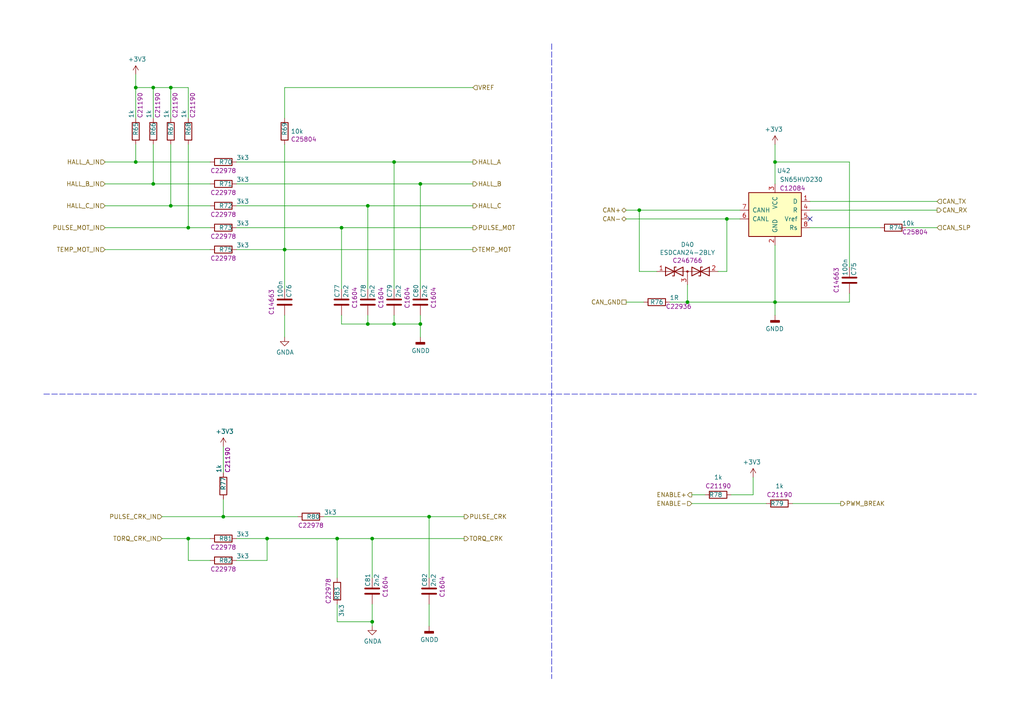
<source format=kicad_sch>
(kicad_sch (version 20211123) (generator eeschema)
  (paper "A4")
  (title_block (title "(BCC) Battery Case Controller") (date "2022-12-06") (rev "1") (company "UNIMOC universal motor controller"))
  (lib_symbols
    (symbol "Device:C" (pin_numbers hide) (pin_names (offset 0.254))
      (property "Reference" "C" (at 0.635 2.54 0))
      (property "Value" "C" (at 0.635 -2.54 0))
      (symbol "C_0_1"
        (polyline (pts (xy -2.032 -0.762) (xy 2.032 -0.762)) (stroke (width 0.508)))
        (polyline (pts (xy -2.032 0.762) (xy 2.032 0.762)) (stroke (width 0.508)))
      )
      (symbol "C_1_1"
        (pin passive line (at 0 3.81 270) (length 2.794) (name "~") (number "1"))
        (pin passive line (at 0 -3.81 90) (length 2.794) (name "~") (number "2"))
      )
    )
    (symbol "Device:D_TVS_Dual_AAC" (pin_names (offset 1.016) hide)
      (property "Reference" "D" (at 0 4.445 0))
      (property "Value" "D_TVS_Dual_AAC" (at 0 2.54 0))
      (symbol "D_TVS_Dual_AAC_0_0"
        (polyline (pts (xy 0 -1.27) (xy 0 0)))
      )
      (symbol "D_TVS_Dual_AAC_0_1"
        (polyline (pts (xy -6.35 0) (xy 6.35 0)))
        (polyline (pts (xy -3.302 1.27) (xy -3.81 1.27) (xy -3.81 -1.27) (xy -4.318 -1.27)) (stroke (width 0.254)))
        (polyline (pts (xy 4.318 1.27) (xy 3.81 1.27) (xy 3.81 -1.27) (xy 3.302 -1.27)) (stroke (width 0.254)))
        (polyline (pts (xy -6.35 1.27) (xy -1.27 -1.27) (xy -1.27 1.27) (xy -6.35 -1.27) (xy -6.35 1.27)) (stroke (width 0.254)))
        (polyline (pts (xy 6.35 1.27) (xy 1.27 -1.27) (xy 1.27 1.27) (xy 6.35 -1.27) (xy 6.35 1.27)) (stroke (width 0.254)))
        (circle (center 0 0) (radius 0.254) (fill (type outline)))
      )
      (symbol "D_TVS_Dual_AAC_1_1"
        (pin passive line (at -8.89 0 0) (length 2.54) (name "A1") (number "1"))
        (pin passive line (at 8.89 0 180) (length 2.54) (name "A2") (number "2"))
        (pin input line (at 0 -3.81 90) (length 2.54) (name "common") (number "3"))
      )
    )
    (symbol "Device:R" (pin_numbers hide) (pin_names (offset 0))
      (property "Reference" "R" (at 2.032 0 90))
      (property "Value" "R" (at 0 0 90))
      (symbol "R_0_1"
        (rectangle (start -1.016 -2.54) (end 1.016 2.54) (stroke (width 0.254)))
      )
      (symbol "R_1_1"
        (pin passive line (at 0 3.81 270) (length 1.27) (name "~") (number "1"))
        (pin passive line (at 0 -3.81 90) (length 1.27) (name "~") (number "2"))
      )
    )
    (symbol "Interface_CAN_LIN:SN65HVD230" (pin_names (offset 1.016))
      (property "Reference" "U" (at -2.54 10.16 0))
      (property "Value" "SN65HVD230" (at -2.54 7.62 0))
      (symbol "SN65HVD230_0_1"
        (rectangle (start -7.62 5.08) (end 7.62 -7.62) (stroke (width 0.254)) (fill (type background)))
      )
      (symbol "SN65HVD230_1_1"
        (pin input line (at -10.16 2.54 0) (length 2.54) (name "D") (number "1"))
        (pin power_in line (at 0 -10.16 90) (length 2.54) (name "GND") (number "2"))
        (pin power_in line (at 0 7.62 270) (length 2.54) (name "VCC") (number "3"))
        (pin output line (at -10.16 0 0) (length 2.54) (name "R") (number "4"))
        (pin output line (at -10.16 -2.54 0) (length 2.54) (name "Vref") (number "5"))
        (pin bidirectional line (at 10.16 -2.54 180) (length 2.54) (name "CANL") (number "6"))
        (pin bidirectional line (at 10.16 0 180) (length 2.54) (name "CANH") (number "7"))
        (pin input line (at -10.16 -5.08 0) (length 2.54) (name "Rs") (number "8"))
      )
    )
    (symbol "power:+3V3" (power) (pin_names (offset 0))
      (property "Value" "+3V3" (at 0 3.556 0))
      (symbol "+3V3_0_1"
        (polyline (pts (xy -0.762 1.27) (xy 0 2.54)))
        (polyline (pts (xy 0 0) (xy 0 2.54)))
        (polyline (pts (xy 0 2.54) (xy 0.762 1.27)))
      )
      (symbol "+3V3_1_1"
        (pin power_in line (at 0 0 90) (length 0) hide (name "+3V3") (number "1"))
      )
    )
    (symbol "power:GNDA" (power) (pin_names (offset 0))
      (property "Value" "GNDA" (at 0 -3.81 0))
      (symbol "GNDA_0_1"
        (polyline (pts (xy 0 0) (xy 0 -1.27) (xy 1.27 -1.27) (xy 0 -2.54) (xy -1.27 -1.27) (xy 0 -1.27)))
      )
      (symbol "GNDA_1_1"
        (pin power_in line (at 0 0 270) (length 0) hide (name "GNDA") (number "1"))
      )
    )
    (symbol "power:GNDD" (power) (pin_names (offset 0))
      (property "Value" "GNDD" (at 0 -3.175 0))
      (symbol "GNDD_0_1"
        (rectangle (start -1.27 -1.524) (end 1.27 -2.032) (stroke (width 0.254)) (fill (type outline)))
        (polyline (pts (xy 0 0) (xy 0 -1.524)))
      )
      (symbol "GNDD_1_1"
        (pin power_in line (at 0 0 270) (length 0) hide (name "GNDD") (number "1"))
      )
    )
  )
  (junction (at 106.68 59.69))
  (junction (at 224.79 46.99))
  (junction (at 199.39 87.63))
  (junction (at 39.37 25.4))
  (junction (at 82.55 72.39))
  (junction (at 121.92 93.98))
  (junction (at 121.92 53.34))
  (junction (at 210.82 63.5))
  (junction (at 107.95 180.34))
  (junction (at 124.46 149.86))
  (junction (at 44.45 25.4))
  (junction (at 49.53 25.4))
  (junction (at 39.37 46.99))
  (junction (at 49.53 59.69))
  (junction (at 106.68 93.98))
  (junction (at 64.77 149.86))
  (junction (at 44.45 53.34))
  (junction (at 114.3 46.99))
  (junction (at 107.95 156.21))
  (junction (at 97.79 156.21))
  (junction (at 224.79 87.63))
  (junction (at 77.47 156.21))
  (junction (at 54.61 66.04))
  (junction (at 114.3 93.98))
  (junction (at 54.61 156.21))
  (junction (at 185.42 60.96))
  (junction (at 99.06 66.04))
  (no_connect (at 234.95 63.5))
  (wire (pts (xy 97.79 180.34) (xy 107.95 180.34)))
  (wire (pts (xy 54.61 34.29) (xy 54.61 25.4)))
  (wire (pts (xy 82.55 72.39) (xy 137.16 72.39)))
  (wire (pts (xy 185.42 60.96) (xy 214.63 60.96)))
  (wire (pts (xy 185.42 78.74) (xy 190.5 78.74)))
  (wire (pts (xy 107.95 156.21) (xy 107.95 167.64)))
  (wire (pts (xy 194.31 87.63) (xy 199.39 87.63)))
  (wire (pts (xy 39.37 46.99) (xy 30.48 46.99)))
  (wire (pts (xy 199.39 87.63) (xy 224.79 87.63)))
  (wire (pts (xy 77.47 162.56) (xy 77.47 156.21)))
  (wire (pts (xy 44.45 53.34) (xy 30.48 53.34)))
  (wire (pts (xy 68.58 162.56) (xy 77.47 162.56)))
  (wire (pts (xy 181.61 87.63) (xy 186.69 87.63)))
  (wire (pts (xy 49.53 59.69) (xy 49.53 41.91)))
  (wire (pts (xy 82.55 34.29) (xy 82.55 25.4)))
  (polyline (pts (xy 12.7 114.3) (xy 283.21 114.3)))
  (wire (pts (xy 107.95 180.34) (xy 107.95 181.61)))
  (wire (pts (xy 124.46 175.26) (xy 124.46 181.61)))
  (wire (pts (xy 68.58 53.34) (xy 121.92 53.34)))
  (wire (pts (xy 224.79 46.99) (xy 224.79 53.34)))
  (wire (pts (xy 181.61 63.5) (xy 210.82 63.5)))
  (wire (pts (xy 255.27 66.04) (xy 234.95 66.04)))
  (wire (pts (xy 99.06 66.04) (xy 99.06 83.82)))
  (wire (pts (xy 114.3 46.99) (xy 114.3 83.82)))
  (wire (pts (xy 185.42 60.96) (xy 181.61 60.96)))
  (wire (pts (xy 44.45 25.4) (xy 39.37 25.4)))
  (wire (pts (xy 262.89 66.04) (xy 271.78 66.04)))
  (wire (pts (xy 77.47 156.21) (xy 68.58 156.21)))
  (polyline (pts (xy 160.02 12.7) (xy 160.02 196.85)))
  (wire (pts (xy 106.68 93.98) (xy 114.3 93.98)))
  (wire (pts (xy 224.79 87.63) (xy 224.79 91.44)))
  (wire (pts (xy 121.92 93.98) (xy 121.92 97.79)))
  (wire (pts (xy 246.38 87.63) (xy 224.79 87.63)))
  (wire (pts (xy 106.68 59.69) (xy 106.68 83.82)))
  (wire (pts (xy 234.95 58.42) (xy 271.78 58.42)))
  (wire (pts (xy 185.42 60.96) (xy 185.42 78.74)))
  (wire (pts (xy 68.58 46.99) (xy 114.3 46.99)))
  (wire (pts (xy 208.28 78.74) (xy 210.82 78.74)))
  (wire (pts (xy 64.77 144.78) (xy 64.77 149.86)))
  (wire (pts (xy 68.58 66.04) (xy 99.06 66.04)))
  (wire (pts (xy 124.46 149.86) (xy 124.46 167.64)))
  (wire (pts (xy 210.82 63.5) (xy 214.63 63.5)))
  (wire (pts (xy 121.92 53.34) (xy 137.16 53.34)))
  (wire (pts (xy 39.37 34.29) (xy 39.37 25.4)))
  (wire (pts (xy 246.38 46.99) (xy 246.38 77.47)))
  (wire (pts (xy 64.77 129.54) (xy 64.77 137.16)))
  (wire (pts (xy 39.37 41.91) (xy 39.37 46.99)))
  (wire (pts (xy 114.3 93.98) (xy 121.92 93.98)))
  (wire (pts (xy 49.53 59.69) (xy 60.96 59.69)))
  (wire (pts (xy 107.95 156.21) (xy 134.62 156.21)))
  (wire (pts (xy 82.55 72.39) (xy 82.55 83.82)))
  (wire (pts (xy 97.79 156.21) (xy 77.47 156.21)))
  (wire (pts (xy 82.55 25.4) (xy 137.16 25.4)))
  (wire (pts (xy 97.79 167.64) (xy 97.79 156.21)))
  (wire (pts (xy 97.79 175.26) (xy 97.79 180.34)))
  (wire (pts (xy 99.06 66.04) (xy 137.16 66.04)))
  (wire (pts (xy 49.53 25.4) (xy 44.45 25.4)))
  (wire (pts (xy 200.66 146.05) (xy 222.25 146.05)))
  (wire (pts (xy 114.3 46.99) (xy 137.16 46.99)))
  (wire (pts (xy 124.46 149.86) (xy 134.62 149.86)))
  (wire (pts (xy 199.39 82.55) (xy 199.39 87.63)))
  (wire (pts (xy 106.68 91.44) (xy 106.68 93.98)))
  (wire (pts (xy 39.37 25.4) (xy 39.37 21.59)))
  (wire (pts (xy 246.38 85.09) (xy 246.38 87.63)))
  (wire (pts (xy 60.96 46.99) (xy 39.37 46.99)))
  (wire (pts (xy 60.96 72.39) (xy 30.48 72.39)))
  (wire (pts (xy 54.61 66.04) (xy 30.48 66.04)))
  (wire (pts (xy 224.79 46.99) (xy 246.38 46.99)))
  (wire (pts (xy 49.53 59.69) (xy 30.48 59.69)))
  (wire (pts (xy 210.82 78.74) (xy 210.82 63.5)))
  (wire (pts (xy 82.55 41.91) (xy 82.55 72.39)))
  (wire (pts (xy 44.45 34.29) (xy 44.45 25.4)))
  (wire (pts (xy 44.45 53.34) (xy 60.96 53.34)))
  (wire (pts (xy 54.61 25.4) (xy 49.53 25.4)))
  (wire (pts (xy 106.68 59.69) (xy 137.16 59.69)))
  (wire (pts (xy 54.61 66.04) (xy 54.61 41.91)))
  (wire (pts (xy 82.55 72.39) (xy 68.58 72.39)))
  (wire (pts (xy 60.96 156.21) (xy 54.61 156.21)))
  (wire (pts (xy 99.06 93.98) (xy 106.68 93.98)))
  (wire (pts (xy 121.92 91.44) (xy 121.92 93.98)))
  (wire (pts (xy 93.98 149.86) (xy 124.46 149.86)))
  (wire (pts (xy 107.95 175.26) (xy 107.95 180.34)))
  (wire (pts (xy 99.06 91.44) (xy 99.06 93.98)))
  (wire (pts (xy 224.79 71.12) (xy 224.79 87.63)))
  (wire (pts (xy 54.61 162.56) (xy 60.96 162.56)))
  (wire (pts (xy 234.95 60.96) (xy 271.78 60.96)))
  (wire (pts (xy 82.55 91.44) (xy 82.55 97.79)))
  (wire (pts (xy 224.79 41.91) (xy 224.79 46.99)))
  (wire (pts (xy 46.99 149.86) (xy 64.77 149.86)))
  (wire (pts (xy 60.96 66.04) (xy 54.61 66.04)))
  (wire (pts (xy 218.44 143.51) (xy 218.44 138.43)))
  (wire (pts (xy 64.77 149.86) (xy 86.36 149.86)))
  (wire (pts (xy 107.95 156.21) (xy 97.79 156.21)))
  (wire (pts (xy 229.87 146.05) (xy 243.84 146.05)))
  (wire (pts (xy 49.53 34.29) (xy 49.53 25.4)))
  (wire (pts (xy 212.09 143.51) (xy 218.44 143.51)))
  (wire (pts (xy 68.58 59.69) (xy 106.68 59.69)))
  (wire (pts (xy 121.92 53.34) (xy 121.92 83.82)))
  (wire (pts (xy 54.61 156.21) (xy 46.99 156.21)))
  (wire (pts (xy 200.66 143.51) (xy 204.47 143.51)))
  (wire (pts (xy 54.61 156.21) (xy 54.61 162.56)))
  (wire (pts (xy 44.45 41.91) (xy 44.45 53.34)))
  (wire (pts (xy 114.3 91.44) (xy 114.3 93.98)))
  (hierarchical_label "PULSE_MOT" (shape output) (at 137.16 66.04 0))
  (hierarchical_label "HALL_A" (shape output) (at 137.16 46.99 0))
  (hierarchical_label "HALL_B_IN" (shape input) (at 30.48 53.34 180))
  (hierarchical_label "CAN_SLP" (shape input) (at 271.78 66.04 0))
  (hierarchical_label "TEMP_MOT_IN" (shape input) (at 30.48 72.39 180))
  (hierarchical_label "ENABLE-" (shape input) (at 200.66 146.05 180))
  (hierarchical_label "HALL_B" (shape output) (at 137.16 53.34 0))
  (hierarchical_label "CAN_RX" (shape output) (at 271.78 60.96 0))
  (hierarchical_label "HALL_C" (shape output) (at 137.16 59.69 0))
  (hierarchical_label "CAN+" (shape bidirectional) (at 181.61 60.96 180))
  (hierarchical_label "HALL_A_IN" (shape input) (at 30.48 46.99 180))
  (hierarchical_label "VREF" (shape input) (at 137.16 25.4 0))
  (hierarchical_label "PWM_BREAK" (shape output) (at 243.84 146.05 0))
  (hierarchical_label "CAN_GND" (shape passive) (at 181.61 87.63 180))
  (hierarchical_label "TORQ_CRK_IN" (shape input) (at 46.99 156.21 180))
  (hierarchical_label "TEMP_MOT" (shape output) (at 137.16 72.39 0))
  (hierarchical_label "PULSE_MOT_IN" (shape input) (at 30.48 66.04 180))
  (hierarchical_label "PULSE_CRK_IN" (shape input) (at 46.99 149.86 180))
  (hierarchical_label "ENABLE+" (shape output) (at 200.66 143.51 180))
  (hierarchical_label "HALL_C_IN" (shape input) (at 30.48 59.69 180))
  (hierarchical_label "PULSE_CRK" (shape output) (at 134.62 149.86 0))
  (hierarchical_label "TORQ_CRK" (shape output) (at 134.62 156.21 0))
  (hierarchical_label "CAN-" (shape bidirectional) (at 181.61 63.5 180))
  (hierarchical_label "CAN_TX" (shape input) (at 271.78 58.42 0))
  (symbol (lib_id "Device:C") (at 99.06 87.63 0) (unit 1)
    (property "Reference" "C77" (at 97.79 86.36 90) (effects (justify left)))
    (property "Value" "2n2" (at 100.33 86.36 90) (effects (justify left)))
    (property "Footprint" "Capacitor_SMD:C_0603_1608Metric" (effects hide))
    (property "LCSC#" "C1604" (at 102.87 86.36 90))
  )
  (symbol (lib_id "Device:C") (at 106.68 87.63 0) (unit 1)
    (property "Reference" "C78" (at 105.41 86.36 90) (effects (justify left)))
    (property "Value" "2n2" (at 107.95 86.36 90) (effects (justify left)))
    (property "Footprint" "Capacitor_SMD:C_0603_1608Metric" (effects hide))
    (property "LCSC#" "C1604" (at 110.49 86.36 90))
  )
  (symbol (lib_id "Device:C") (at 121.92 87.63 0) (unit 1)
    (property "Reference" "C80" (at 120.65 86.36 90) (effects (justify left)))
    (property "Value" "2n2" (at 123.19 86.36 90) (effects (justify left)))
    (property "Footprint" "Capacitor_SMD:C_0603_1608Metric" (effects hide))
    (property "LCSC#" "C1604" (at 125.73 86.36 90))
  )
  (symbol (lib_id "power:GNDD") (at 121.92 97.79 0) (unit 1)
    (property "Reference" "#U077" (effects hide))
    (property "Value" "GNDD" (at 122.0216 101.727 0))
  )
  (symbol (lib_id "Device:R") (at 64.77 66.04 270) (unit 1)
    (property "Reference" "R73" (at 63.5 66.04 90) (effects (justify left)))
    (property "Value" "3k3" (at 68.58 64.77 90) (effects (justify left)))
    (property "Footprint" "Resistor_SMD:R_0603_1608Metric" (effects hide))
    (property "LCSC#" "C22978" (at 64.77 68.58 90))
  )
  (symbol (lib_id "Device:R") (at 64.77 59.69 270) (unit 1)
    (property "Reference" "R72" (at 63.5 59.69 90) (effects (justify left)))
    (property "Value" "3k3" (at 68.58 58.42 90) (effects (justify left)))
    (property "Footprint" "Resistor_SMD:R_0603_1608Metric" (effects hide))
    (property "LCSC#" "C22978" (at 64.77 62.23 90))
  )
  (symbol (lib_id "Device:R") (at 64.77 53.34 270) (unit 1)
    (property "Reference" "R71" (at 63.5 53.34 90) (effects (justify left)))
    (property "Value" "3k3" (at 68.58 52.07 90) (effects (justify left)))
    (property "Footprint" "Resistor_SMD:R_0603_1608Metric" (effects hide))
    (property "LCSC#" "C22978" (at 64.77 55.88 90))
  )
  (symbol (lib_id "Device:R") (at 44.45 38.1 0) (unit 1)
    (property "Reference" "R66" (at 44.45 39.37 90) (effects (justify left)))
    (property "Value" "1k" (at 43.18 34.29 90) (effects (justify left)))
    (property "Footprint" "Resistor_SMD:R_0603_1608Metric" (effects hide))
    (property "LCSC#" "C21190" (at 45.72 34.29 90) (effects (justify left)))
  )
  (symbol (lib_id "Device:R") (at 49.53 38.1 0) (unit 1)
    (property "Reference" "R67" (at 49.53 39.37 90) (effects (justify left)))
    (property "Value" "1k" (at 48.26 34.29 90) (effects (justify left)))
    (property "Footprint" "Resistor_SMD:R_0603_1608Metric" (effects hide))
    (property "LCSC#" "C21190" (at 50.8 34.29 90) (effects (justify left)))
  )
  (symbol (lib_id "Device:R") (at 54.61 38.1 0) (unit 1)
    (property "Reference" "R68" (at 54.61 39.37 90) (effects (justify left)))
    (property "Value" "1k" (at 53.34 34.29 90) (effects (justify left)))
    (property "Footprint" "Resistor_SMD:R_0603_1608Metric" (effects hide))
    (property "LCSC#" "C21190" (at 55.88 34.29 90) (effects (justify left)))
  )
  (symbol (lib_id "Device:R") (at 39.37 38.1 0) (unit 1)
    (property "Reference" "R65" (at 39.37 39.37 90) (effects (justify left)))
    (property "Value" "1k" (at 38.1 34.29 90) (effects (justify left)))
    (property "Footprint" "Resistor_SMD:R_0603_1608Metric" (effects hide))
    (property "LCSC#" "C21190" (at 40.64 34.29 90) (effects (justify left)))
  )
  (symbol (lib_id "Device:C") (at 114.3 87.63 0) (unit 1)
    (property "Reference" "C79" (at 113.03 86.36 90) (effects (justify left)))
    (property "Value" "2n2" (at 115.57 86.36 90) (effects (justify left)))
    (property "Footprint" "Capacitor_SMD:C_0603_1608Metric" (effects hide))
    (property "LCSC#" "C1604" (at 118.11 86.36 90))
  )
  (symbol (lib_id "Device:R") (at 64.77 46.99 270) (unit 1)
    (property "Reference" "R70" (at 63.5 46.99 90) (effects (justify left)))
    (property "Value" "3k3" (at 68.58 45.72 90) (effects (justify left)))
    (property "Footprint" "Resistor_SMD:R_0603_1608Metric" (effects hide))
    (property "LCSC#" "C22978" (at 64.77 49.53 90))
  )
  (symbol (lib_id "power:GNDA") (at 82.55 97.79 0) (unit 1)
    (property "Reference" "#U076" (effects hide))
    (property "Value" "GNDA" (at 82.677 102.1842 0))
  )
  (symbol (lib_id "Device:R") (at 82.55 38.1 0) (unit 1)
    (property "Reference" "R69" (at 82.55 39.37 90) (effects (justify left)))
    (property "Value" "10k" (at 84.328 38.1 0) (effects (justify left)))
    (property "Footprint" "Resistor_SMD:R_0603_1608Metric" (effects hide))
    (property "LCSC#" "C25804" (at 84.328 40.4114 0) (effects (justify left)))
  )
  (symbol (lib_id "Device:C") (at 82.55 87.63 0) (mirror y) (unit 1)
    (property "Reference" "C76" (at 83.82 86.36 90) (effects (justify left)))
    (property "Value" "100n" (at 81.28 86.36 90) (effects (justify left)))
    (property "Footprint" "Capacitor_SMD:C_0603_1608Metric" (effects hide))
    (property "LCSC#" "C14663" (at 78.74 87.63 90))
  )
  (symbol (lib_id "Device:C") (at 124.46 171.45 0) (unit 1)
    (property "Reference" "C82" (at 123.19 170.18 90) (effects (justify left)))
    (property "Value" "2n2" (at 125.73 170.18 90) (effects (justify left)))
    (property "Footprint" "Capacitor_SMD:C_0603_1608Metric" (effects hide))
    (property "LCSC#" "C1604" (at 128.27 170.18 90))
  )
  (symbol (lib_id "Device:R") (at 90.17 149.86 270) (unit 1)
    (property "Reference" "R80" (at 88.9 149.86 90) (effects (justify left)))
    (property "Value" "3k3" (at 93.98 148.59 90) (effects (justify left)))
    (property "Footprint" "Resistor_SMD:R_0603_1608Metric" (effects hide))
    (property "LCSC#" "C22978" (at 90.17 152.4 90))
  )
  (symbol (lib_id "power:GNDA") (at 107.95 181.61 0) (unit 1)
    (property "Reference" "#U079" (effects hide))
    (property "Value" "GNDA" (at 108.077 186.0042 0))
  )
  (symbol (lib_id "power:GNDD") (at 124.46 181.61 0) (unit 1)
    (property "Reference" "#U080" (effects hide))
    (property "Value" "GNDD" (at 124.5616 185.547 0))
  )
  (symbol (lib_id "Device:R") (at 64.77 140.97 0) (unit 1)
    (property "Reference" "R77" (at 64.77 142.24 90) (effects (justify left)))
    (property "Value" "1k" (at 63.5 137.16 90) (effects (justify left)))
    (property "Footprint" "Resistor_SMD:R_0603_1608Metric" (effects hide))
    (property "LCSC#" "C21190" (at 66.04 137.16 90) (effects (justify left)))
  )
  (symbol (lib_id "Device:R") (at 64.77 156.21 270) (unit 1)
    (property "Reference" "R81" (at 63.5 156.21 90) (effects (justify left)))
    (property "Value" "3k3" (at 68.58 154.94 90) (effects (justify left)))
    (property "Footprint" "Resistor_SMD:R_0603_1608Metric" (effects hide))
    (property "LCSC#" "C22978" (at 64.77 158.75 90))
  )
  (symbol (lib_id "Device:R") (at 64.77 162.56 270) (unit 1)
    (property "Reference" "R82" (at 63.5 162.56 90) (effects (justify left)))
    (property "Value" "3k3" (at 68.58 161.29 90) (effects (justify left)))
    (property "Footprint" "Resistor_SMD:R_0603_1608Metric" (effects hide))
    (property "LCSC#" "C22978" (at 64.77 165.1 90))
  )
  (symbol (lib_id "Device:R") (at 97.79 171.45 180) (unit 1)
    (property "Reference" "R83" (at 97.79 170.18 90) (effects (justify left)))
    (property "Value" "3k3" (at 99.06 175.26 90) (effects (justify left)))
    (property "Footprint" "Resistor_SMD:R_0603_1608Metric" (effects hide))
    (property "LCSC#" "C22978" (at 95.25 171.45 90))
  )
  (symbol (lib_id "Device:C") (at 107.95 171.45 0) (unit 1)
    (property "Reference" "C81" (at 106.68 170.18 90) (effects (justify left)))
    (property "Value" "2n2" (at 109.22 170.18 90) (effects (justify left)))
    (property "Footprint" "Capacitor_SMD:C_0603_1608Metric" (effects hide))
    (property "LCSC#" "C1604" (at 111.76 170.18 90))
  )
  (symbol (lib_id "power:GNDD") (at 224.79 91.44 0) (mirror y) (unit 1)
    (property "Reference" "#U075" (effects hide))
    (property "Value" "GNDD" (at 224.6884 95.377 0))
  )
  (symbol (lib_id "power:+3V3") (at 224.79 41.91 0) (mirror y) (unit 1)
    (property "Reference" "#U074" (effects hide))
    (property "Value" "+3V3" (at 224.409 37.5158 0))
  )
  (symbol (lib_id "Device:C") (at 246.38 81.28 0) (mirror y) (unit 1)
    (property "Reference" "C75" (at 247.65 80.01 90) (effects (justify left)))
    (property "Value" "100n" (at 245.11 80.01 90) (effects (justify left)))
    (property "Footprint" "Capacitor_SMD:C_0603_1608Metric" (effects hide))
    (property "LCSC#" "C14663" (at 242.57 81.28 90))
  )
  (symbol (lib_id "Device:R") (at 208.28 143.51 90) (unit 1)
    (property "Reference" "R78" (at 209.55 143.51 90) (effects (justify left)))
    (property "Value" "1k" (at 209.55 138.43 90) (effects (justify left)))
    (property "Footprint" "Resistor_SMD:R_0603_1608Metric" (effects hide))
    (property "LCSC#" "C21190" (at 212.09 140.97 90) (effects (justify left)))
  )
  (symbol (lib_id "power:+3V3") (at 218.44 138.43 0) (mirror y) (unit 1)
    (property "Reference" "#U078" (effects hide))
    (property "Value" "+3V3" (at 218.059 134.0358 0))
  )
  (symbol (lib_id "Device:D_TVS_Dual_AAC") (at 199.39 78.74 0) (unit 1)
    (property "Reference" "D40" (at 199.39 70.9422 0))
    (property "Value" "ESDCAN24-2BLY" (at 199.39 73.2536 0))
    (property "Footprint" "Package_TO_SOT_SMD:SOT-23" (effects hide))
    (property "LCSC#" "C246766" (at 199.39 75.565 0))
  )
  (symbol (lib_id "Interface_CAN_LIN:SN65HVD230") (at 224.79 60.96 0) (mirror y) (unit 1)
    (property "Reference" "U42" (at 227.33 49.53 0))
    (property "Value" "SN65HVD230" (at 232.41 52.07 0))
    (property "Footprint" "Package_SO:SOIC-8_3.9x4.9mm_P1.27mm" (effects hide))
    (property "Datasheet" "http://www.ti.com/lit/ds/symlink/sn65hvd230.pdf" (effects hide))
    (property "LCSC#" "C12084" (at 229.87 54.61 0))
  )
  (symbol (lib_id "Device:R") (at 259.08 66.04 270) (unit 1)
    (property "Reference" "R74" (at 257.81 66.04 90) (effects (justify left)))
    (property "Value" "10k" (at 261.62 64.77 90) (effects (justify left)))
    (property "Footprint" "Resistor_SMD:R_0603_1608Metric" (effects hide))
    (property "LCSC#" "C25804" (at 261.62 67.31 90) (effects (justify left)))
  )
  (symbol (lib_id "power:+3V3") (at 39.37 21.59 0) (unit 1)
    (property "Reference" "#PWR059" (effects hide))
    (property "Value" "+3V3" (at 39.751 17.1958 0))
  )
  (symbol (lib_id "power:+3V3") (at 64.77 129.54 0) (unit 1)
    (property "Reference" "#PWR060" (effects hide))
    (property "Value" "+3V3" (at 65.151 125.1458 0))
  )
  (symbol (lib_id "Device:R") (at 190.5 87.63 270) (unit 1)
    (property "Reference" "R76" (at 190.5 87.63 90))
    (property "Value" "1R" (at 195.58 86.36 90))
    (property "Footprint" "Resistor_SMD:R_0603_1608Metric" (effects hide))
    (property "LCSC#" "C22936" (at 196.85 88.9 90))
  )
  (symbol (lib_id "Device:R") (at 64.77 72.39 270) (unit 1)
    (property "Reference" "R75" (at 63.5 72.39 90) (effects (justify left)))
    (property "Value" "3k3" (at 68.58 71.12 90) (effects (justify left)))
    (property "Footprint" "Resistor_SMD:R_0603_1608Metric" (effects hide))
    (property "LCSC#" "C22978" (at 64.77 74.93 90))
  )
  (symbol (lib_id "Device:R") (at 226.06 146.05 90) (unit 1)
    (property "Reference" "R79" (at 227.33 146.05 90) (effects (justify left)))
    (property "Value" "1k" (at 227.33 140.97 90) (effects (justify left)))
    (property "Footprint" "Resistor_SMD:R_0603_1608Metric" (effects hide))
    (property "LCSC#" "C21190" (at 229.87 143.51 90) (effects (justify left)))
  )
)
</source>
